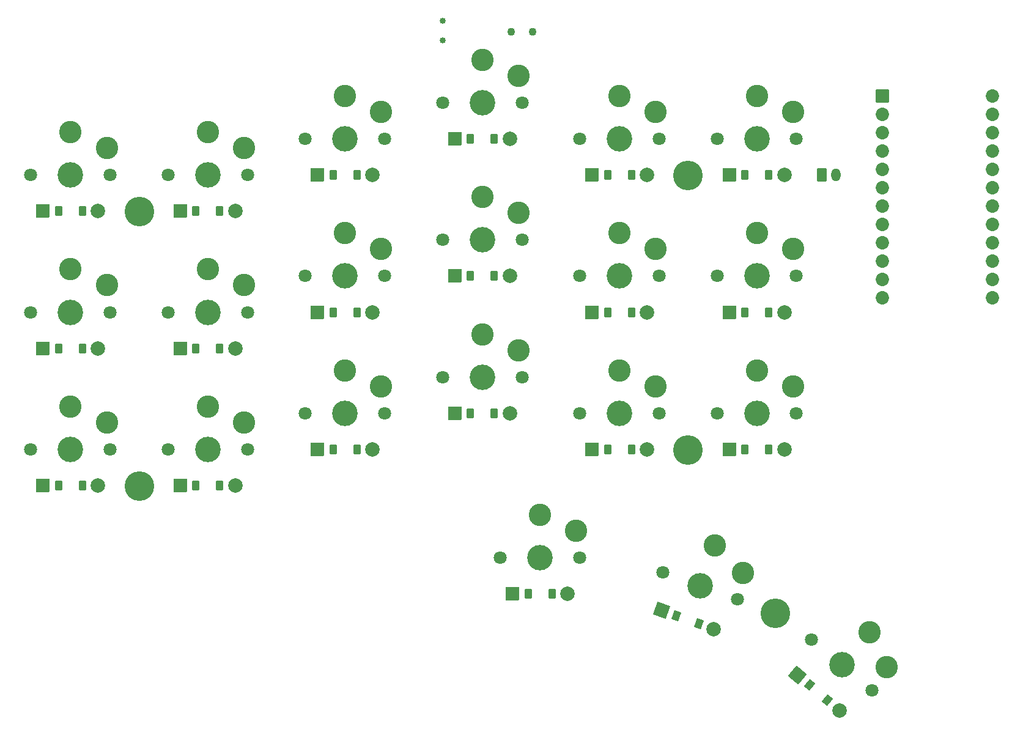
<source format=gbr>
%TF.GenerationSoftware,KiCad,Pcbnew,9.0.3*%
%TF.CreationDate,2025-09-27T17:43:50-06:00*%
%TF.ProjectId,left_connected,6c656674-5f63-46f6-9e6e-65637465642e,v1.0.0*%
%TF.SameCoordinates,Original*%
%TF.FileFunction,Soldermask,Top*%
%TF.FilePolarity,Negative*%
%FSLAX46Y46*%
G04 Gerber Fmt 4.6, Leading zero omitted, Abs format (unit mm)*
G04 Created by KiCad (PCBNEW 9.0.3) date 2025-09-27 17:43:50*
%MOMM*%
%LPD*%
G01*
G04 APERTURE LIST*
G04 Aperture macros list*
%AMRoundRect*
0 Rectangle with rounded corners*
0 $1 Rounding radius*
0 $2 $3 $4 $5 $6 $7 $8 $9 X,Y pos of 4 corners*
0 Add a 4 corners polygon primitive as box body*
4,1,4,$2,$3,$4,$5,$6,$7,$8,$9,$2,$3,0*
0 Add four circle primitives for the rounded corners*
1,1,$1+$1,$2,$3*
1,1,$1+$1,$4,$5*
1,1,$1+$1,$6,$7*
1,1,$1+$1,$8,$9*
0 Add four rect primitives between the rounded corners*
20,1,$1+$1,$2,$3,$4,$5,0*
20,1,$1+$1,$4,$5,$6,$7,0*
20,1,$1+$1,$6,$7,$8,$9,0*
20,1,$1+$1,$8,$9,$2,$3,0*%
G04 Aperture macros list end*
%ADD10C,1.100000*%
%ADD11C,1.801800*%
%ADD12C,3.100000*%
%ADD13C,3.529000*%
%ADD14RoundRect,0.050000X-0.889000X-0.889000X0.889000X-0.889000X0.889000X0.889000X-0.889000X0.889000X0*%
%ADD15RoundRect,0.050000X-0.450000X-0.600000X0.450000X-0.600000X0.450000X0.600000X-0.450000X0.600000X0*%
%ADD16C,2.005000*%
%ADD17RoundRect,0.050000X-1.139443X-0.531331X0.531331X-1.139443X1.139443X0.531331X-0.531331X1.139443X0*%
%ADD18RoundRect,0.050000X-0.628074X-0.409907X0.217650X-0.717725X0.628074X0.409907X-0.217650X0.717725X0*%
%ADD19RoundRect,0.050000X-0.600000X-0.850000X0.600000X-0.850000X0.600000X0.850000X-0.600000X0.850000X0*%
%ADD20O,1.300000X1.800000*%
%ADD21RoundRect,0.050000X-0.876300X0.876300X-0.876300X-0.876300X0.876300X-0.876300X0.876300X0.876300X0*%
%ADD22C,1.852600*%
%ADD23C,4.100000*%
%ADD24C,0.850000*%
%ADD25RoundRect,0.050000X-1.252452X-0.109575X0.109575X-1.252452X1.252452X0.109575X-0.109575X1.252452X0*%
%ADD26RoundRect,0.050000X-0.730393X-0.170372X-0.040953X-0.748881X0.730393X0.170372X0.040953X0.748881X0*%
G04 APERTURE END LIST*
D10*
%TO.C,T1*%
X161000000Y-42200000D03*
X164000000Y-42200000D03*
%TD*%
D11*
%TO.C,S11*%
X151500000Y-71000000D03*
D12*
X157000000Y-65050000D03*
D13*
X157000000Y-71000000D03*
D12*
X162000000Y-67250000D03*
D11*
X162500000Y-71000000D03*
%TD*%
%TO.C,S8*%
X132500000Y-76000000D03*
D12*
X138000000Y-70050000D03*
D13*
X138000000Y-76000000D03*
D12*
X143000000Y-72250000D03*
D11*
X143500000Y-76000000D03*
%TD*%
D14*
%TO.C,D9*%
X134190000Y-62000000D03*
D15*
X136350000Y-62000000D03*
X139650000Y-62000000D03*
D16*
X141810000Y-62000000D03*
%TD*%
D11*
%TO.C,S19*%
X159500000Y-115000000D03*
D12*
X165000000Y-109050000D03*
D13*
X165000000Y-115000000D03*
D12*
X170000000Y-111250000D03*
D11*
X170500000Y-115000000D03*
%TD*%
D14*
%TO.C,D6*%
X115190000Y-67000000D03*
D15*
X117350000Y-67000000D03*
X120650000Y-67000000D03*
D16*
X122810000Y-67000000D03*
%TD*%
D11*
%TO.C,S10*%
X151500000Y-90000000D03*
D12*
X157000000Y-84050000D03*
D13*
X157000000Y-90000000D03*
D12*
X162000000Y-86250000D03*
D11*
X162500000Y-90000000D03*
%TD*%
%TO.C,S16*%
X189500000Y-95000000D03*
D12*
X195000000Y-89050000D03*
D13*
X195000000Y-95000000D03*
D12*
X200000000Y-91250000D03*
D11*
X200500000Y-95000000D03*
%TD*%
D14*
%TO.C,D5*%
X115190000Y-86000000D03*
D15*
X117350000Y-86000000D03*
X120650000Y-86000000D03*
D16*
X122810000Y-86000000D03*
%TD*%
D11*
%TO.C,S2*%
X94500000Y-81000000D03*
D12*
X100000000Y-75050000D03*
D13*
X100000000Y-81000000D03*
D12*
X105000000Y-77250000D03*
D11*
X105500000Y-81000000D03*
%TD*%
D14*
%TO.C,D12*%
X153190000Y-57000000D03*
D15*
X155350000Y-57000000D03*
X158650000Y-57000000D03*
D16*
X160810000Y-57000000D03*
%TD*%
D14*
%TO.C,D1*%
X96190000Y-105000000D03*
D15*
X98350000Y-105000000D03*
X101650000Y-105000000D03*
D16*
X103810000Y-105000000D03*
%TD*%
D17*
%TO.C,D20*%
X181842758Y-122298027D03*
D18*
X183872494Y-123036791D03*
X186973480Y-124165457D03*
D16*
X189003216Y-124904221D03*
%TD*%
D14*
%TO.C,D16*%
X191190000Y-100000000D03*
D15*
X193350000Y-100000000D03*
X196650000Y-100000000D03*
D16*
X198810000Y-100000000D03*
%TD*%
D19*
%TO.C,JST1*%
X204000000Y-62000000D03*
D20*
X206000000Y-62000000D03*
%TD*%
D14*
%TO.C,D10*%
X153190000Y-95000000D03*
D15*
X155350000Y-95000000D03*
X158650000Y-95000000D03*
D16*
X160810000Y-95000000D03*
%TD*%
D14*
%TO.C,D18*%
X191190000Y-62000000D03*
D15*
X193350000Y-62000000D03*
X196650000Y-62000000D03*
D16*
X198810000Y-62000000D03*
%TD*%
D11*
%TO.C,S13*%
X170500000Y-95000000D03*
D12*
X176000000Y-89050000D03*
D13*
X176000000Y-95000000D03*
D12*
X181000000Y-91250000D03*
D11*
X181500000Y-95000000D03*
%TD*%
D14*
%TO.C,D7*%
X134190000Y-100000000D03*
D15*
X136350000Y-100000000D03*
X139650000Y-100000000D03*
D16*
X141810000Y-100000000D03*
%TD*%
D11*
%TO.C,S15*%
X170500000Y-57000000D03*
D12*
X176000000Y-51050000D03*
D13*
X176000000Y-57000000D03*
D12*
X181000000Y-53250000D03*
D11*
X181500000Y-57000000D03*
%TD*%
%TO.C,S12*%
X151500000Y-52000000D03*
D12*
X157000000Y-46050000D03*
D13*
X157000000Y-52000000D03*
D12*
X162000000Y-48250000D03*
D11*
X162500000Y-52000000D03*
%TD*%
D14*
%TO.C,D19*%
X161190000Y-120000000D03*
D15*
X163350000Y-120000000D03*
X166650000Y-120000000D03*
D16*
X168810000Y-120000000D03*
%TD*%
D21*
%TO.C,MCU1*%
X212380000Y-51030000D03*
D22*
X212380000Y-53570000D03*
X212380000Y-56110000D03*
X212380000Y-58650000D03*
X212380000Y-61190000D03*
X212380000Y-63730000D03*
X212380000Y-66270000D03*
X212380000Y-68810000D03*
X212380000Y-71350000D03*
X212380000Y-73890000D03*
X212380000Y-76430000D03*
X212380000Y-78970000D03*
X227620000Y-51030000D03*
X227620000Y-53570000D03*
X227620000Y-56110000D03*
X227620000Y-58650000D03*
X227620000Y-61190000D03*
X227620000Y-63730000D03*
X227620000Y-66270000D03*
X227620000Y-68810000D03*
X227620000Y-71350000D03*
X227620000Y-73890000D03*
X227620000Y-76430000D03*
X227620000Y-78970000D03*
%TD*%
D14*
%TO.C,D14*%
X172190000Y-81000000D03*
D15*
X174350000Y-81000000D03*
X177650000Y-81000000D03*
D16*
X179810000Y-81000000D03*
%TD*%
D23*
%TO.C,*%
X185460000Y-62100000D03*
%TD*%
D14*
%TO.C,D3*%
X96190000Y-67000000D03*
D15*
X98350000Y-67000000D03*
X101650000Y-67000000D03*
D16*
X103810000Y-67000000D03*
%TD*%
D11*
%TO.C,S20*%
X181964778Y-117021550D03*
D12*
X189168107Y-113311490D03*
D13*
X187133087Y-118902661D03*
D12*
X193114126Y-117088914D03*
D11*
X192301396Y-120783772D03*
%TD*%
D23*
%TO.C,*%
X185460000Y-100100000D03*
%TD*%
D11*
%TO.C,S1*%
X94500000Y-100000000D03*
D12*
X100000000Y-94050000D03*
D13*
X100000000Y-100000000D03*
D12*
X105000000Y-96250000D03*
D11*
X105500000Y-100000000D03*
%TD*%
D14*
%TO.C,D17*%
X191190000Y-81000000D03*
D15*
X193350000Y-81000000D03*
X196650000Y-81000000D03*
D16*
X198810000Y-81000000D03*
%TD*%
D14*
%TO.C,D11*%
X153190000Y-76000000D03*
D15*
X155350000Y-76000000D03*
X158650000Y-76000000D03*
D16*
X160810000Y-76000000D03*
%TD*%
D11*
%TO.C,S6*%
X113500000Y-62000000D03*
D12*
X119000000Y-56050000D03*
D13*
X119000000Y-62000000D03*
D12*
X124000000Y-58250000D03*
D11*
X124500000Y-62000000D03*
%TD*%
%TO.C,S18*%
X189500000Y-57000000D03*
D12*
X195000000Y-51050000D03*
D13*
X195000000Y-57000000D03*
D12*
X200000000Y-53250000D03*
D11*
X200500000Y-57000000D03*
%TD*%
%TO.C,S4*%
X113500000Y-100000000D03*
D12*
X119000000Y-94050000D03*
D13*
X119000000Y-100000000D03*
D12*
X124000000Y-96250000D03*
D11*
X124500000Y-100000000D03*
%TD*%
%TO.C,S9*%
X132500000Y-57000000D03*
D12*
X138000000Y-51050000D03*
D13*
X138000000Y-57000000D03*
D12*
X143000000Y-53250000D03*
D11*
X143500000Y-57000000D03*
%TD*%
D14*
%TO.C,D13*%
X172190000Y-100000000D03*
D15*
X174350000Y-100000000D03*
X177650000Y-100000000D03*
D16*
X179810000Y-100000000D03*
%TD*%
D11*
%TO.C,S3*%
X94500000Y-62000000D03*
D12*
X100000000Y-56050000D03*
D13*
X100000000Y-62000000D03*
D12*
X105000000Y-58250000D03*
D11*
X105500000Y-62000000D03*
%TD*%
D14*
%TO.C,D2*%
X96190000Y-86000000D03*
D15*
X98350000Y-86000000D03*
X101650000Y-86000000D03*
D16*
X103810000Y-86000000D03*
%TD*%
D11*
%TO.C,S5*%
X113500000Y-81000000D03*
D12*
X119000000Y-75050000D03*
D13*
X119000000Y-81000000D03*
D12*
X124000000Y-77250000D03*
D11*
X124500000Y-81000000D03*
%TD*%
D23*
%TO.C,*%
X109540000Y-67100000D03*
%TD*%
%TO.C,*%
X109540000Y-105100000D03*
%TD*%
D11*
%TO.C,S14*%
X170500000Y-76000000D03*
D12*
X176000000Y-70050000D03*
D13*
X176000000Y-76000000D03*
D12*
X181000000Y-72250000D03*
D11*
X181500000Y-76000000D03*
%TD*%
D14*
%TO.C,D15*%
X172190000Y-62000000D03*
D15*
X174350000Y-62000000D03*
X177650000Y-62000000D03*
D16*
X179810000Y-62000000D03*
%TD*%
D24*
%TO.C,B1*%
X151500000Y-40625000D03*
X151500000Y-43375000D03*
%TD*%
D25*
%TO.C,D21*%
X200637679Y-131220357D03*
D26*
X202292335Y-132608778D03*
X204820281Y-134729978D03*
D16*
X206474937Y-136118399D03*
%TD*%
D14*
%TO.C,D8*%
X134190000Y-81000000D03*
D15*
X136350000Y-81000000D03*
X139650000Y-81000000D03*
D16*
X141810000Y-81000000D03*
%TD*%
D14*
%TO.C,D4*%
X115190000Y-105000000D03*
D15*
X117350000Y-105000000D03*
X120650000Y-105000000D03*
D16*
X122810000Y-105000000D03*
%TD*%
D11*
%TO.C,S7*%
X132500000Y-95000000D03*
D12*
X138000000Y-89050000D03*
D13*
X138000000Y-95000000D03*
D12*
X143000000Y-91250000D03*
D11*
X143500000Y-95000000D03*
%TD*%
%TO.C,S21*%
X202557002Y-126303824D03*
D12*
X210594832Y-125281192D03*
D13*
X206770246Y-129839156D03*
D12*
X213010922Y-130180427D03*
D11*
X210983490Y-133374488D03*
%TD*%
D23*
%TO.C,*%
X197620057Y-122719605D03*
%TD*%
D11*
%TO.C,S17*%
X189500000Y-76000000D03*
D12*
X195000000Y-70050000D03*
D13*
X195000000Y-76000000D03*
D12*
X200000000Y-72250000D03*
D11*
X200500000Y-76000000D03*
%TD*%
M02*

</source>
